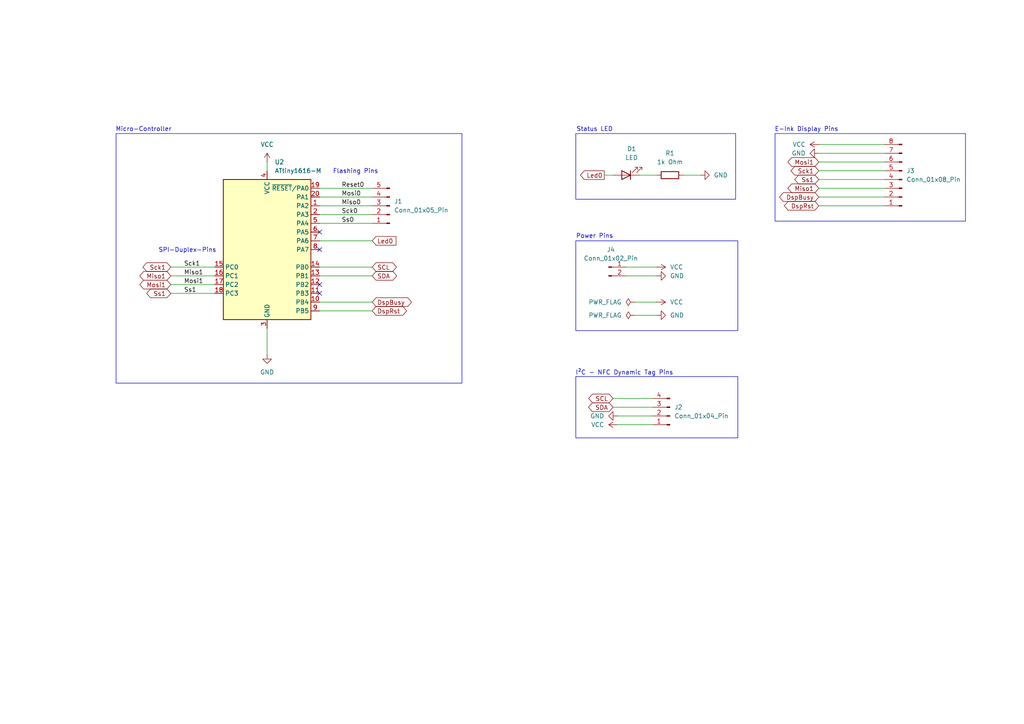
<source format=kicad_sch>
(kicad_sch (version 20231120) (generator "eeschema") (generator_version "8.0")
  (paper "A4")
  (title_block (title "Poker Plaquet Test Board") (date "2024-07-27") (rev "1.0.0") (company "PokerPassion"))
  (lib_symbols
    (symbol "Connector:Conn_01x02_Pin" (pin_names (offset 1.016) hide)
      (property "Reference" "J" (at 0 2.54 0))
      (property "Value" "Conn_01x02_Pin" (at 0 -5.08 0))
      (symbol "Conn_01x02_Pin_1_1"
        (polyline (pts (xy 1.27 -2.54) (xy 0.8636 -2.54)) (stroke (width 0.1524)))
        (polyline (pts (xy 1.27 0) (xy 0.8636 0)) (stroke (width 0.1524)))
        (rectangle (start 0.8636 -2.413) (end 0 -2.667) (stroke (width 0.1524)) (fill (type outline)))
        (rectangle (start 0.8636 0.127) (end 0 -0.127) (stroke (width 0.1524)) (fill (type outline)))
        (pin passive line (at 5.08 0 180) (length 3.81) (name "Pin_1") (number "1"))
        (pin passive line (at 5.08 -2.54 180) (length 3.81) (name "Pin_2") (number "2"))
      )
    )
    (symbol "Connector:Conn_01x04_Pin" (pin_names (offset 1.016) hide)
      (property "Reference" "J" (at 0 5.08 0))
      (property "Value" "Conn_01x04_Pin" (at 0 -7.62 0))
      (symbol "Conn_01x04_Pin_1_1"
        (polyline (pts (xy 1.27 -5.08) (xy 0.8636 -5.08)) (stroke (width 0.1524)))
        (polyline (pts (xy 1.27 -2.54) (xy 0.8636 -2.54)) (stroke (width 0.1524)))
        (polyline (pts (xy 1.27 0) (xy 0.8636 0)) (stroke (width 0.1524)))
        (polyline (pts (xy 1.27 2.54) (xy 0.8636 2.54)) (stroke (width 0.1524)))
        (rectangle (start 0.8636 -4.953) (end 0 -5.207) (stroke (width 0.1524)) (fill (type outline)))
        (rectangle (start 0.8636 -2.413) (end 0 -2.667) (stroke (width 0.1524)) (fill (type outline)))
        (rectangle (start 0.8636 0.127) (end 0 -0.127) (stroke (width 0.1524)) (fill (type outline)))
        (rectangle (start 0.8636 2.667) (end 0 2.413) (stroke (width 0.1524)) (fill (type outline)))
        (pin passive line (at 5.08 2.54 180) (length 3.81) (name "Pin_1") (number "1"))
        (pin passive line (at 5.08 0 180) (length 3.81) (name "Pin_2") (number "2"))
        (pin passive line (at 5.08 -2.54 180) (length 3.81) (name "Pin_3") (number "3"))
        (pin passive line (at 5.08 -5.08 180) (length 3.81) (name "Pin_4") (number "4"))
      )
    )
    (symbol "Connector:Conn_01x05_Pin" (pin_names (offset 1.016) hide)
      (property "Reference" "J" (at 0 7.62 0))
      (property "Value" "Conn_01x05_Pin" (at 0 -7.62 0))
      (symbol "Conn_01x05_Pin_1_1"
        (polyline (pts (xy 1.27 -5.08) (xy 0.8636 -5.08)) (stroke (width 0.1524)))
        (polyline (pts (xy 1.27 -2.54) (xy 0.8636 -2.54)) (stroke (width 0.1524)))
        (polyline (pts (xy 1.27 0) (xy 0.8636 0)) (stroke (width 0.1524)))
        (polyline (pts (xy 1.27 2.54) (xy 0.8636 2.54)) (stroke (width 0.1524)))
        (polyline (pts (xy 1.27 5.08) (xy 0.8636 5.08)) (stroke (width 0.1524)))
        (rectangle (start 0.8636 -4.953) (end 0 -5.207) (stroke (width 0.1524)) (fill (type outline)))
        (rectangle (start 0.8636 -2.413) (end 0 -2.667) (stroke (width 0.1524)) (fill (type outline)))
        (rectangle (start 0.8636 0.127) (end 0 -0.127) (stroke (width 0.1524)) (fill (type outline)))
        (rectangle (start 0.8636 2.667) (end 0 2.413) (stroke (width 0.1524)) (fill (type outline)))
        (rectangle (start 0.8636 5.207) (end 0 4.953) (stroke (width 0.1524)) (fill (type outline)))
        (pin passive line (at 5.08 5.08 180) (length 3.81) (name "Pin_1") (number "1"))
        (pin passive line (at 5.08 2.54 180) (length 3.81) (name "Pin_2") (number "2"))
        (pin passive line (at 5.08 0 180) (length 3.81) (name "Pin_3") (number "3"))
        (pin passive line (at 5.08 -2.54 180) (length 3.81) (name "Pin_4") (number "4"))
        (pin passive line (at 5.08 -5.08 180) (length 3.81) (name "Pin_5") (number "5"))
      )
    )
    (symbol "Connector:Conn_01x08_Pin" (pin_names (offset 1.016) hide)
      (property "Reference" "J" (at 0 10.16 0))
      (property "Value" "Conn_01x08_Pin" (at 0 -12.7 0))
      (symbol "Conn_01x08_Pin_1_1"
        (polyline (pts (xy 1.27 -10.16) (xy 0.8636 -10.16)) (stroke (width 0.1524)))
        (polyline (pts (xy 1.27 -7.62) (xy 0.8636 -7.62)) (stroke (width 0.1524)))
        (polyline (pts (xy 1.27 -5.08) (xy 0.8636 -5.08)) (stroke (width 0.1524)))
        (polyline (pts (xy 1.27 -2.54) (xy 0.8636 -2.54)) (stroke (width 0.1524)))
        (polyline (pts (xy 1.27 0) (xy 0.8636 0)) (stroke (width 0.1524)))
        (polyline (pts (xy 1.27 2.54) (xy 0.8636 2.54)) (stroke (width 0.1524)))
        (polyline (pts (xy 1.27 5.08) (xy 0.8636 5.08)) (stroke (width 0.1524)))
        (polyline (pts (xy 1.27 7.62) (xy 0.8636 7.62)) (stroke (width 0.1524)))
        (rectangle (start 0.8636 -10.033) (end 0 -10.287) (stroke (width 0.1524)) (fill (type outline)))
        (rectangle (start 0.8636 -7.493) (end 0 -7.747) (stroke (width 0.1524)) (fill (type outline)))
        (rectangle (start 0.8636 -4.953) (end 0 -5.207) (stroke (width 0.1524)) (fill (type outline)))
        (rectangle (start 0.8636 -2.413) (end 0 -2.667) (stroke (width 0.1524)) (fill (type outline)))
        (rectangle (start 0.8636 0.127) (end 0 -0.127) (stroke (width 0.1524)) (fill (type outline)))
        (rectangle (start 0.8636 2.667) (end 0 2.413) (stroke (width 0.1524)) (fill (type outline)))
        (rectangle (start 0.8636 5.207) (end 0 4.953) (stroke (width 0.1524)) (fill (type outline)))
        (rectangle (start 0.8636 7.747) (end 0 7.493) (stroke (width 0.1524)) (fill (type outline)))
        (pin passive line (at 5.08 7.62 180) (length 3.81) (name "Pin_1") (number "1"))
        (pin passive line (at 5.08 5.08 180) (length 3.81) (name "Pin_2") (number "2"))
        (pin passive line (at 5.08 2.54 180) (length 3.81) (name "Pin_3") (number "3"))
        (pin passive line (at 5.08 0 180) (length 3.81) (name "Pin_4") (number "4"))
        (pin passive line (at 5.08 -2.54 180) (length 3.81) (name "Pin_5") (number "5"))
        (pin passive line (at 5.08 -5.08 180) (length 3.81) (name "Pin_6") (number "6"))
        (pin passive line (at 5.08 -7.62 180) (length 3.81) (name "Pin_7") (number "7"))
        (pin passive line (at 5.08 -10.16 180) (length 3.81) (name "Pin_8") (number "8"))
      )
    )
    (symbol "Device:LED" (pin_numbers hide) (pin_names (offset 1.016) hide)
      (property "Reference" "D" (at 0 2.54 0))
      (property "Value" "LED" (at 0 -2.54 0))
      (symbol "LED_0_1"
        (polyline (pts (xy -1.27 -1.27) (xy -1.27 1.27)) (stroke (width 0.254)))
        (polyline (pts (xy -1.27 0) (xy 1.27 0)))
        (polyline (pts (xy 1.27 -1.27) (xy 1.27 1.27) (xy -1.27 0) (xy 1.27 -1.27)) (stroke (width 0.254)))
        (polyline (pts (xy -3.048 -0.762) (xy -4.572 -2.286) (xy -3.81 -2.286) (xy -4.572 -2.286) (xy -4.572 -1.524)))
        (polyline (pts (xy -1.778 -0.762) (xy -3.302 -2.286) (xy -2.54 -2.286) (xy -3.302 -2.286) (xy -3.302 -1.524)))
      )
      (symbol "LED_1_1"
        (pin passive line (at -3.81 0 0) (length 2.54) (name "K") (number "1"))
        (pin passive line (at 3.81 0 180) (length 2.54) (name "A") (number "2"))
      )
    )
    (symbol "Device:R" (pin_numbers hide) (pin_names (offset 0))
      (property "Reference" "R" (at 2.032 0 90))
      (property "Value" "R" (at 0 0 90))
      (symbol "R_0_1"
        (rectangle (start -1.016 -2.54) (end 1.016 2.54) (stroke (width 0.254)))
      )
      (symbol "R_1_1"
        (pin passive line (at 0 3.81 270) (length 1.27) (name "~") (number "1"))
        (pin passive line (at 0 -3.81 90) (length 1.27) (name "~") (number "2"))
      )
    )
    (symbol "MCU_Microchip_ATtiny:ATtiny1616-M"
      (property "Reference" "U" (at -12.7 21.59 0))
      (property "Value" "ATtiny1616-M" (at 2.54 -21.59 0))
      (symbol "ATtiny1616-M_0_1"
        (rectangle (start -12.7 -20.32) (end 12.7 20.32) (stroke (width 0.254)) (fill (type background)))
      )
      (symbol "ATtiny1616-M_1_1"
        (pin bidirectional line (at 15.24 12.7 180) (length 2.54) (name "PA2") (number "1"))
        (pin bidirectional line (at 15.24 -15.24 180) (length 2.54) (name "PB4") (number "10"))
        (pin bidirectional line (at 15.24 -12.7 180) (length 2.54) (name "PB3") (number "11"))
        (pin bidirectional line (at 15.24 -10.16 180) (length 2.54) (name "PB2") (number "12"))
        (pin bidirectional line (at 15.24 -7.62 180) (length 2.54) (name "PB1") (number "13"))
        (pin bidirectional line (at 15.24 -5.08 180) (length 2.54) (name "PB0") (number "14"))
        (pin bidirectional line (at -15.24 -5.08 0) (length 2.54) (name "PC0") (number "15"))
        (pin bidirectional line (at -15.24 -7.62 0) (length 2.54) (name "PC1") (number "16"))
        (pin bidirectional line (at -15.24 -10.16 0) (length 2.54) (name "PC2") (number "17"))
        (pin bidirectional line (at -15.24 -12.7 0) (length 2.54) (name "PC3") (number "18"))
        (pin bidirectional line (at 15.24 17.78 180) (length 2.54) (name "~{RESET}/PA0") (number "19"))
        (pin bidirectional line (at 15.24 10.16 180) (length 2.54) (name "PA3") (number "2"))
        (pin bidirectional line (at 15.24 15.24 180) (length 2.54) (name "PA1") (number "20"))
        (pin passive line (at 0 -22.86 90) (length 2.54) hide (name "GND") (number "21"))
        (pin power_in line (at 0 -22.86 90) (length 2.54) (name "GND") (number "3"))
        (pin power_in line (at 0 22.86 270) (length 2.54) (name "VCC") (number "4"))
        (pin bidirectional line (at 15.24 7.62 180) (length 2.54) (name "PA4") (number "5"))
        (pin bidirectional line (at 15.24 5.08 180) (length 2.54) (name "PA5") (number "6"))
        (pin bidirectional line (at 15.24 2.54 180) (length 2.54) (name "PA6") (number "7"))
        (pin bidirectional line (at 15.24 0 180) (length 2.54) (name "PA7") (number "8"))
        (pin bidirectional line (at 15.24 -17.78 180) (length 2.54) (name "PB5") (number "9"))
      )
    )
    (symbol "power:GND" (power) (pin_numbers hide) (pin_names (offset 0) hide)
      (property "Value" "GND" (at 0 -3.81 0))
      (symbol "GND_0_1"
        (polyline (pts (xy 0 0) (xy 0 -1.27) (xy 1.27 -1.27) (xy 0 -2.54) (xy -1.27 -1.27) (xy 0 -1.27)))
      )
      (symbol "GND_1_1"
        (pin power_in line (at 0 0 270) (length 0) (name "~") (number "1"))
      )
    )
    (symbol "power:PWR_FLAG" (power) (pin_numbers hide) (pin_names (offset 0) hide)
      (property "Value" "PWR_FLAG" (at 0 3.81 0))
      (symbol "PWR_FLAG_0_0"
        (pin power_out line (at 0 0 90) (length 0) (name "~") (number "1"))
      )
      (symbol "PWR_FLAG_0_1"
        (polyline (pts (xy 0 0) (xy 0 1.27) (xy -1.016 1.905) (xy 0 2.54) (xy 1.016 1.905) (xy 0 1.27)))
      )
    )
    (symbol "power:VCC" (power) (pin_numbers hide) (pin_names (offset 0) hide)
      (property "Value" "VCC" (at 0 3.556 0))
      (symbol "VCC_0_1"
        (polyline (pts (xy -0.762 1.27) (xy 0 2.54)))
        (polyline (pts (xy 0 0) (xy 0 2.54)))
        (polyline (pts (xy 0 2.54) (xy 0.762 1.27)))
      )
      (symbol "VCC_1_1"
        (pin power_in line (at 0 0 90) (length 0) (name "~") (number "1"))
      )
    )
  )
  (no_connect (at 92.71 82.55))
  (no_connect (at 92.71 67.31))
  (no_connect (at 92.71 85.09))
  (no_connect (at 92.71 72.39))
  (wire (pts (xy 92.71 62.23) (xy 107.95 62.23)))
  (wire (pts (xy 92.71 69.85) (xy 107.95 69.85)))
  (wire (pts (xy 185.42 50.8) (xy 190.5 50.8)))
  (wire (pts (xy 49.53 85.09) (xy 62.23 85.09)))
  (wire (pts (xy 92.71 77.47) (xy 107.95 77.47)))
  (wire (pts (xy 175.26 50.8) (xy 177.8 50.8)))
  (wire (pts (xy 184.15 91.44) (xy 190.5 91.44)))
  (wire (pts (xy 237.49 59.69) (xy 256.54 59.69)))
  (wire (pts (xy 49.53 82.55) (xy 62.23 82.55)))
  (wire (pts (xy 237.49 44.45) (xy 256.54 44.45)))
  (wire (pts (xy 77.47 46.99) (xy 77.47 49.53)))
  (wire (pts (xy 177.8 115.57) (xy 189.23 115.57)))
  (wire (pts (xy 181.61 77.47) (xy 190.5 77.47)))
  (wire (pts (xy 77.47 95.25) (xy 77.47 102.87)))
  (wire (pts (xy 92.71 59.69) (xy 107.95 59.69)))
  (wire (pts (xy 92.71 80.01) (xy 107.95 80.01)))
  (wire (pts (xy 179.07 123.19) (xy 189.23 123.19)))
  (wire (pts (xy 237.49 41.91) (xy 256.54 41.91)))
  (wire (pts (xy 107.95 87.63) (xy 92.71 87.63)))
  (wire (pts (xy 92.71 54.61) (xy 107.95 54.61)))
  (wire (pts (xy 181.61 80.01) (xy 190.5 80.01)))
  (wire (pts (xy 92.71 64.77) (xy 107.95 64.77)))
  (wire (pts (xy 184.15 87.63) (xy 190.5 87.63)))
  (wire (pts (xy 179.07 120.65) (xy 189.23 120.65)))
  (wire (pts (xy 237.49 46.99) (xy 256.54 46.99)))
  (wire (pts (xy 198.12 50.8) (xy 203.2 50.8)))
  (wire (pts (xy 177.8 118.11) (xy 189.23 118.11)))
  (wire (pts (xy 237.49 52.07) (xy 256.54 52.07)))
  (wire (pts (xy 107.95 90.17) (xy 92.71 90.17)))
  (wire (pts (xy 92.71 57.15) (xy 107.95 57.15)))
  (wire (pts (xy 49.53 77.47) (xy 62.23 77.47)))
  (wire (pts (xy 237.49 54.61) (xy 256.54 54.61)))
  (wire (pts (xy 237.49 49.53) (xy 256.54 49.53)))
  (wire (pts (xy 49.53 80.01) (xy 62.23 80.01)))
  (wire (pts (xy 237.49 57.15) (xy 256.54 57.15)))
  (rectangle (start 167.005 69.85) (end 213.995 95.885))
  (rectangle (start 167.005 38.735) (end 213.36 57.785))
  (rectangle (start 224.79 38.735) (end 280.035 64.135))
  (rectangle (start 167.005 109.22) (end 213.995 127))
  (rectangle (start 33.655 38.735) (end 133.985 111.125))
  (text "Flashing Pins" (at 103.124 49.784 0) (effects (font (size 1.27 1.27))))
  (text "I²C - NFC Dynamic Tag Pins" (at 181.102 108.204 0) (effects (font (size 1.27 1.27))))
  (text "E-Ink Display Pins" (at 233.934 37.592 0) (effects (font (size 1.27 1.27))))
  (text "SPI-Duplex-Pins" (at 54.356 72.644 0) (effects (font (size 1.27 1.27))))
  (text "Power Pins" (at 172.466 68.58 0) (effects (font (size 1.27 1.27))))
  (text "Micro-Controller" (at 41.656 37.592 0) (effects (font (size 1.27 1.27))))
  (text "Status LED\n" (at 172.466 37.592 0) (effects (font (size 1.27 1.27))))
  (label "Mosi1" (at 53.34 82.55 0))
  (label "Miso0" (at 99.06 59.69 0))
  (label "Ss0" (at 99.06 64.77 0))
  (label "Reset0" (at 99.06 54.61 0))
  (label "Sck1" (at 53.34 77.47 0))
  (label "Mosi0" (at 99.06 57.15 0))
  (label "Miso1" (at 53.34 80.01 0))
  (label "Ss1" (at 53.34 85.09 0))
  (label "Sck0" (at 99.06 62.23 0))
  (global_label "Mosi1" (shape bidirectional) (at 237.49 46.99 180) (property "Intersheetrefs" "${INTERSHEET_REFS}" (effects (hide yes))))
  (global_label "SCL" (shape bidirectional) (at 107.95 77.47 0) (property "Intersheetrefs" "${INTERSHEET_REFS}" (effects (hide yes))))
  (global_label "Sck1" (shape bidirectional) (at 49.53 77.47 180) (property "Intersheetrefs" "${INTERSHEET_REFS}" (effects (hide yes))))
  (global_label "SDA" (shape bidirectional) (at 177.8 118.11 180) (property "Intersheetrefs" "${INTERSHEET_REFS}" (effects (hide yes))))
  (global_label "DspRst" (shape bidirectional) (at 107.95 90.17 0) (property "Intersheetrefs" "${INTERSHEET_REFS}" (effects (hide yes))))
  (global_label "Mosi1" (shape bidirectional) (at 49.53 82.55 180) (property "Intersheetrefs" "${INTERSHEET_REFS}" (effects (hide yes))))
  (global_label "Miso1" (shape bidirectional) (at 237.49 54.61 180) (property "Intersheetrefs" "${INTERSHEET_REFS}" (effects (hide yes))))
  (global_label "Led0" (shape output) (at 175.26 50.8 180) (property "Intersheetrefs" "${INTERSHEET_REFS}" (effects (hide yes))))
  (global_label "Ss1" (shape bidirectional) (at 49.53 85.09 180) (property "Intersheetrefs" "${INTERSHEET_REFS}" (effects (hide yes))))
  (global_label "Miso1" (shape bidirectional) (at 49.53 80.01 180) (property "Intersheetrefs" "${INTERSHEET_REFS}" (effects (hide yes))))
  (global_label "Led0" (shape input) (at 107.95 69.85 0) (property "Intersheetrefs" "${INTERSHEET_REFS}" (effects (hide yes))))
  (global_label "Sck1" (shape bidirectional) (at 237.49 49.53 180) (property "Intersheetrefs" "${INTERSHEET_REFS}" (effects (hide yes))))
  (global_label "DspBusy" (shape bidirectional) (at 237.49 57.15 180) (property "Intersheetrefs" "${INTERSHEET_REFS}" (effects (hide yes))))
  (global_label "DspBusy" (shape bidirectional) (at 107.95 87.63 0) (property "Intersheetrefs" "${INTERSHEET_REFS}" (effects (hide yes))))
  (global_label "SDA" (shape bidirectional) (at 107.95 80.01 0) (property "Intersheetrefs" "${INTERSHEET_REFS}" (effects (hide yes))))
  (global_label "DspRst" (shape bidirectional) (at 237.49 59.69 180) (property "Intersheetrefs" "${INTERSHEET_REFS}" (effects (hide yes))))
  (global_label "Ss1" (shape bidirectional) (at 237.49 52.07 180) (property "Intersheetrefs" "${INTERSHEET_REFS}" (effects (hide yes))))
  (global_label "SCL" (shape bidirectional) (at 177.8 115.57 180) (property "Intersheetrefs" "${INTERSHEET_REFS}" (effects (hide yes))))
  (symbol (lib_id "Connector:Conn_01x05_Pin") (at 113.03 59.69 180) (unit 1)
    (property "Reference" "J1" (at 114.3 58.4199 0) (effects (justify right)))
    (property "Value" "Conn_01x05_Pin" (at 114.3 60.9599 0) (effects (justify right)))
    (property "Footprint" "Connector_PinHeader_2.54mm:PinHeader_1x05_P2.54mm_Horizontal" (effects (hide yes)))
    (property "Description" "Generic connector, single row, 01x05, script generated" (effects (hide yes)))
  )
  (symbol (lib_id "Connector:Conn_01x02_Pin") (at 176.53 77.47 0) (unit 1)
    (property "Reference" "J4" (at 177.165 72.39 0))
    (property "Value" "Conn_01x02_Pin" (at 177.165 74.93 0))
    (property "Footprint" "Connector_PinHeader_2.54mm:PinHeader_1x02_P2.54mm_Horizontal" (effects (hide yes)))
    (property "Description" "Generic connector, single row, 01x02, script generated" (effects (hide yes)))
  )
  (symbol (lib_id "MCU_Microchip_ATtiny:ATtiny1616-M") (at 77.47 72.39 0) (unit 1)
    (property "Reference" "U2" (at 79.6641 46.99 0) (effects (justify left)))
    (property "Value" "ATtiny1616-M" (at 79.6641 49.53 0) (effects (justify left)))
    (property "Footprint" "Package_DFN_QFN:VQFN-20-1EP_3x3mm_P0.4mm_EP1.7x1.7mm" (effects (hide yes)))
    (property "Datasheet" "http://ww1.microchip.com/downloads/en/DeviceDoc/ATtiny3216_ATtiny1616-data-sheet-40001997B.pdf" (effects (hide yes)))
    (property "Description" "20MHz, 16kB Flash, 2kB SRAM, 256B EEPROM, VQFN-20" (effects (hide yes)))
  )
  (symbol (lib_id "power:VCC") (at 190.5 77.47 270) (unit 1)
    (property "Reference" "#PWR05" (effects (hide yes)))
    (property "Value" "VCC" (at 194.31 77.4699 90) (effects (justify left)))
    (property "Description" "Power symbol creates a global label with name \"VCC\"" (effects (hide yes)))
  )
  (symbol (lib_id "Connector:Conn_01x08_Pin") (at 261.62 52.07 180) (unit 1)
    (property "Reference" "J3" (at 262.89 49.5299 0) (effects (justify right)))
    (property "Value" "Conn_01x08_Pin" (at 262.89 52.0699 0) (effects (justify right)))
    (property "Footprint" "Connector_PinHeader_2.54mm:PinHeader_1x08_P2.54mm_Horizontal" (effects (hide yes)))
    (property "Description" "Generic connector, single row, 01x08, script generated" (effects (hide yes)))
  )
  (symbol (lib_id "power:PWR_FLAG") (at 184.15 87.63 90) (unit 1)
    (property "Reference" "#FLG01" (effects (hide yes)))
    (property "Value" "PWR_FLAG" (at 180.34 87.6299 90) (effects (justify left)))
    (property "Description" "Special symbol for telling ERC where power comes from" (effects (hide yes)))
  )
  (symbol (lib_id "power:GND") (at 190.5 80.01 90) (unit 1)
    (property "Reference" "#PWR04" (effects (hide yes)))
    (property "Value" "GND" (at 194.31 80.0099 90) (effects (justify right)))
    (property "Description" "Power symbol creates a global label with name \"GND\" , ground" (effects (hide yes)))
  )
  (symbol (lib_id "power:GND") (at 237.49 44.45 270) (unit 1)
    (property "Reference" "#PWR011" (effects (hide yes)))
    (property "Value" "GND" (at 233.68 44.4499 90) (effects (justify right)))
    (property "Description" "Power symbol creates a global label with name \"GND\" , ground" (effects (hide yes)))
  )
  (symbol (lib_id "Connector:Conn_01x04_Pin") (at 194.31 120.65 180) (unit 1)
    (property "Reference" "J2" (at 195.58 118.1099 0) (effects (justify right)))
    (property "Value" "Conn_01x04_Pin" (at 195.58 120.6499 0) (effects (justify right)))
    (property "Footprint" "Connector_PinHeader_2.54mm:PinHeader_1x04_P2.54mm_Horizontal" (effects (hide yes)))
    (property "Description" "Generic connector, single row, 01x04, script generated" (effects (hide yes)))
  )
  (symbol (lib_id "power:GND") (at 190.5 91.44 90) (unit 1)
    (property "Reference" "#PWR06" (effects (hide yes)))
    (property "Value" "GND" (at 194.31 91.4399 90) (effects (justify right)))
    (property "Description" "Power symbol creates a global label with name \"GND\" , ground" (effects (hide yes)))
  )
  (symbol (lib_id "power:PWR_FLAG") (at 184.15 91.44 90) (unit 1)
    (property "Reference" "#FLG02" (effects (hide yes)))
    (property "Value" "PWR_FLAG" (at 180.34 91.4399 90) (effects (justify left)))
    (property "Description" "Special symbol for telling ERC where power comes from" (effects (hide yes)))
  )
  (symbol (lib_id "power:GND") (at 77.47 102.87 0) (unit 1)
    (property "Reference" "#PWR02" (effects (hide yes)))
    (property "Value" "GND" (at 77.47 107.95 0))
    (property "Description" "Power symbol creates a global label with name \"GND\" , ground" (effects (hide yes)))
  )
  (symbol (lib_id "power:GND") (at 179.07 120.65 270) (unit 1)
    (property "Reference" "#PWR08" (effects (hide yes)))
    (property "Value" "GND" (at 175.26 120.6499 90) (effects (justify right)))
    (property "Description" "Power symbol creates a global label with name \"GND\" , ground" (effects (hide yes)))
  )
  (symbol (lib_id "Device:LED") (at 181.61 50.8 180) (unit 1)
    (property "Reference" "D1" (at 183.1975 43.18 0))
    (property "Value" "LED" (at 183.1975 45.72 0))
    (property "Footprint" "LED_THT:LED_D4.0mm" (effects (hide yes)))
    (property "Description" "Light emitting diode" (effects (hide yes)))
  )
  (symbol (lib_id "power:GND") (at 203.2 50.8 90) (unit 1)
    (property "Reference" "#PWR03" (effects (hide yes)))
    (property "Value" "GND" (at 207.01 50.7999 90) (effects (justify right)))
    (property "Description" "Power symbol creates a global label with name \"GND\" , ground" (effects (hide yes)))
  )
  (symbol (lib_id "power:VCC") (at 190.5 87.63 270) (unit 1)
    (property "Reference" "#PWR07" (effects (hide yes)))
    (property "Value" "VCC" (at 194.31 87.6299 90) (effects (justify left)))
    (property "Description" "Power symbol creates a global label with name \"VCC\"" (effects (hide yes)))
  )
  (symbol (lib_id "power:VCC") (at 237.49 41.91 90) (unit 1)
    (property "Reference" "#PWR010" (effects (hide yes)))
    (property "Value" "VCC" (at 233.68 41.9099 90) (effects (justify left)))
    (property "Description" "Power symbol creates a global label with name \"VCC\"" (effects (hide yes)))
  )
  (symbol (lib_id "power:VCC") (at 179.07 123.19 90) (unit 1)
    (property "Reference" "#PWR09" (effects (hide yes)))
    (property "Value" "VCC" (at 175.26 123.1899 90) (effects (justify left)))
    (property "Description" "Power symbol creates a global label with name \"VCC\"" (effects (hide yes)))
  )
  (symbol (lib_id "power:VCC") (at 77.47 46.99 0) (unit 1)
    (property "Reference" "#PWR01" (effects (hide yes)))
    (property "Value" "VCC" (at 77.47 41.91 0))
    (property "Description" "Power symbol creates a global label with name \"VCC\"" (effects (hide yes)))
  )
  (symbol (lib_id "Device:R") (at 194.31 50.8 90) (unit 1)
    (property "Reference" "R1" (at 194.31 44.45 90))
    (property "Value" "1k Ohm" (at 194.31 46.99 90))
    (property "Footprint" "Resistor_SMD:R_2010_5025Metric" (effects (hide yes)))
    (property "Description" "Resistor" (effects (hide yes)))
  )
)
</source>
